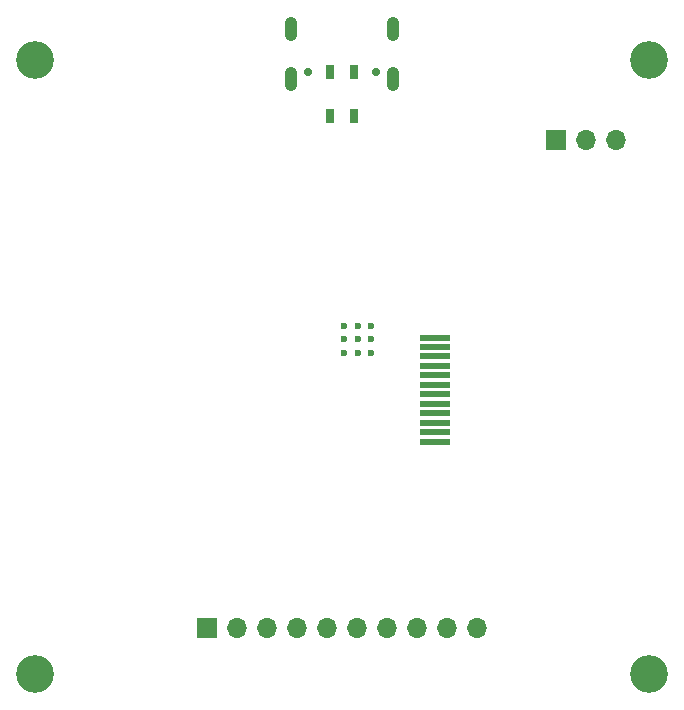
<source format=gbs>
G04 #@! TF.GenerationSoftware,KiCad,Pcbnew,8.0.7*
G04 #@! TF.CreationDate,2025-03-27T17:00:34+01:00*
G04 #@! TF.ProjectId,7-REV1B,372d5245-5631-4422-9e6b-696361645f70,rev?*
G04 #@! TF.SameCoordinates,Original*
G04 #@! TF.FileFunction,Soldermask,Bot*
G04 #@! TF.FilePolarity,Negative*
%FSLAX46Y46*%
G04 Gerber Fmt 4.6, Leading zero omitted, Abs format (unit mm)*
G04 Created by KiCad (PCBNEW 8.0.7) date 2025-03-27 17:00:34*
%MOMM*%
%LPD*%
G01*
G04 APERTURE LIST*
%ADD10C,3.200000*%
%ADD11R,1.700000X1.700000*%
%ADD12O,1.700000X1.700000*%
%ADD13C,0.700000*%
%ADD14O,1.050000X2.100000*%
%ADD15C,0.600000*%
%ADD16R,0.700000X1.250000*%
%ADD17R,2.550000X0.600000*%
G04 APERTURE END LIST*
D10*
X155900000Y-116100000D03*
X155900000Y-64100000D03*
X103900000Y-64100000D03*
X103900000Y-116100000D03*
D11*
X148010000Y-70850000D03*
D12*
X150550000Y-70850000D03*
X153090000Y-70850000D03*
D13*
X132790000Y-65150000D03*
X127010000Y-65150000D03*
D14*
X134220000Y-65680000D03*
X125580000Y-65680000D03*
X134220000Y-61500000D03*
X125580000Y-61500000D03*
D15*
X130066667Y-86616667D03*
X130066667Y-87750000D03*
X130066667Y-88883333D03*
X131200000Y-86616667D03*
X131200000Y-87750000D03*
X131200000Y-88883333D03*
X132333333Y-86616667D03*
X132333333Y-87750000D03*
X132333333Y-88883333D03*
D11*
X118470000Y-112220000D03*
D12*
X121010000Y-112220000D03*
X123550000Y-112220000D03*
X126090000Y-112220000D03*
X128630000Y-112220000D03*
X131170000Y-112220000D03*
X133710000Y-112220000D03*
X136250000Y-112220000D03*
X138790000Y-112220000D03*
X141330000Y-112220000D03*
D16*
X130900000Y-68880000D03*
X130900000Y-65120000D03*
X128900000Y-68880000D03*
X128900000Y-65120000D03*
D17*
X137725000Y-96400000D03*
X137725000Y-95600000D03*
X137725000Y-94800000D03*
X137725000Y-94000000D03*
X137725000Y-93200000D03*
X137725000Y-92400000D03*
X137725000Y-91600000D03*
X137725000Y-90800000D03*
X137725000Y-90000000D03*
X137725000Y-89200000D03*
X137725000Y-88400000D03*
X137725000Y-87600000D03*
M02*

</source>
